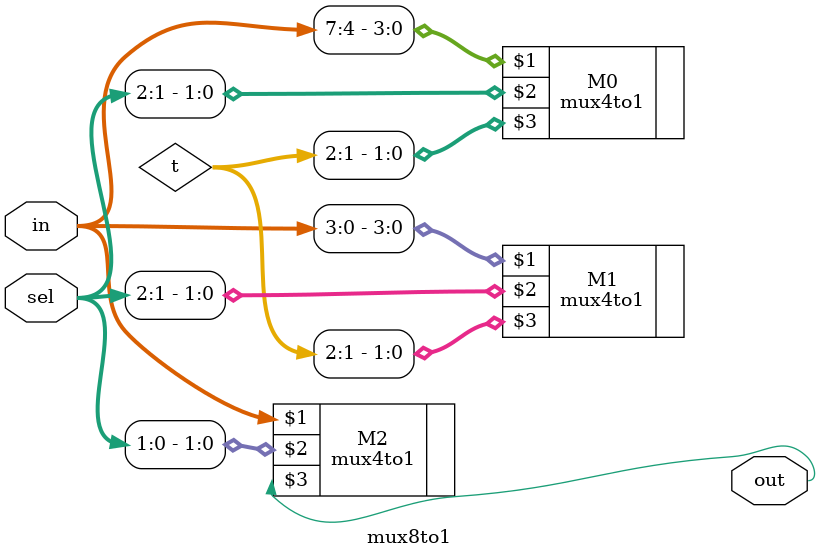
<source format=v>
             module mux8to1(in,sel,out);
             input[7:0]in;
             input[2:0]sel;
             output out;
	           wire [2:0]t;
             mux4to1 M0 (in[7:4],sel[2:1],t[2:1]);
             mux4to1 M1 (in[3:0],sel[2:1],t[2:1]);
             mux4to1 M2 (in,sel[1:0],out);
	           endmodule

</source>
